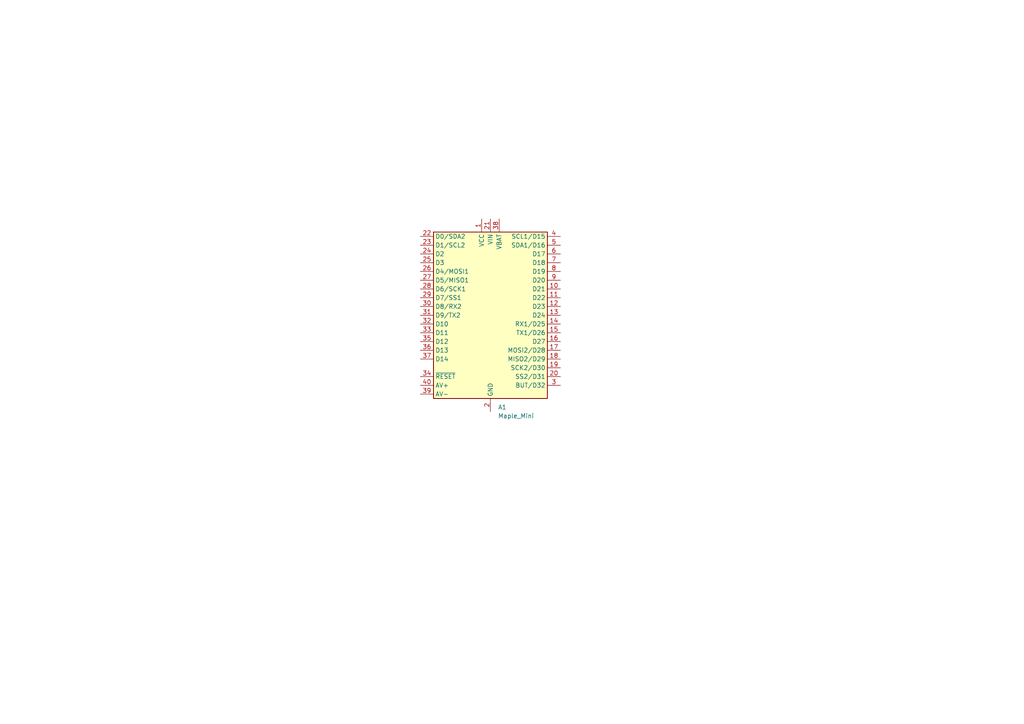
<source format=kicad_sch>
(kicad_sch (version 20231120) (generator "eeschema") (generator_version "8.0")
  (paper "A4")
  (title_block (title "Flight Controller") (date "2024-08-31") (rev "Concept"))
  (lib_symbols
    (symbol "MCU_Module:Maple_Mini"
      (property "Reference" "A" (at -16.51 25.4 0))
      (property "Value" "Maple_Mini" (at 16.51 25.4 0))
      (symbol "Maple_Mini_0_1"
        (rectangle (start -16.51 24.13) (end 16.51 -24.13) (stroke (width 0.254)) (fill (type background)))
      )
      (symbol "Maple_Mini_1_1"
        (pin power_in line (at -2.54 27.94 270) (length 3.81) (name "VCC") (number "1"))
        (pin bidirectional line (at 20.32 7.62 180) (length 3.81) (name "D21") (number "10"))
        (pin bidirectional line (at 20.32 5.08 180) (length 3.81) (name "D22") (number "11"))
        (pin bidirectional line (at 20.32 2.54 180) (length 3.81) (name "D23") (number "12"))
        (pin bidirectional line (at 20.32 0 180) (length 3.81) (name "D24") (number "13"))
        (pin bidirectional line (at 20.32 -2.54 180) (length 3.81) (name "RX1/D25") (number "14"))
        (pin bidirectional line (at 20.32 -5.08 180) (length 3.81) (name "TX1/D26") (number "15"))
        (pin bidirectional line (at 20.32 -7.62 180) (length 3.81) (name "D27") (number "16"))
        (pin bidirectional line (at 20.32 -10.16 180) (length 3.81) (name "MOSI2/D28") (number "17"))
        (pin bidirectional line (at 20.32 -12.7 180) (length 3.81) (name "MISO2/D29") (number "18"))
        (pin bidirectional line (at 20.32 -15.24 180) (length 3.81) (name "SCK2/D30") (number "19"))
        (pin power_in line (at 0 -27.94 90) (length 3.81) (name "GND") (number "2"))
        (pin bidirectional line (at 20.32 -17.78 180) (length 3.81) (name "SS2/D31") (number "20"))
        (pin power_in line (at 0 27.94 270) (length 3.81) (name "VIN") (number "21"))
        (pin bidirectional line (at -20.32 22.86 0) (length 3.81) (name "D0/SDA2") (number "22"))
        (pin bidirectional line (at -20.32 20.32 0) (length 3.81) (name "D1/SCL2") (number "23"))
        (pin bidirectional line (at -20.32 17.78 0) (length 3.81) (name "D2") (number "24"))
        (pin bidirectional line (at -20.32 15.24 0) (length 3.81) (name "D3") (number "25"))
        (pin bidirectional line (at -20.32 12.7 0) (length 3.81) (name "D4/MOSI1") (number "26"))
        (pin bidirectional line (at -20.32 10.16 0) (length 3.81) (name "D5/MISO1") (number "27"))
        (pin bidirectional line (at -20.32 7.62 0) (length 3.81) (name "D6/SCK1") (number "28"))
        (pin bidirectional line (at -20.32 5.08 0) (length 3.81) (name "D7/SS1") (number "29"))
        (pin bidirectional line (at 20.32 -20.32 180) (length 3.81) (name "BUT/D32") (number "3"))
        (pin bidirectional line (at -20.32 2.54 0) (length 3.81) (name "D8/RX2") (number "30"))
        (pin bidirectional line (at -20.32 0 0) (length 3.81) (name "D9/TX2") (number "31"))
        (pin bidirectional line (at -20.32 -2.54 0) (length 3.81) (name "D10") (number "32"))
        (pin bidirectional line (at -20.32 -5.08 0) (length 3.81) (name "D11") (number "33"))
        (pin input line (at -20.32 -17.78 0) (length 3.81) (name "~{RESET}") (number "34"))
        (pin bidirectional line (at -20.32 -7.62 0) (length 3.81) (name "D12") (number "35"))
        (pin bidirectional line (at -20.32 -10.16 0) (length 3.81) (name "D13") (number "36"))
        (pin bidirectional line (at -20.32 -12.7 0) (length 3.81) (name "D14") (number "37"))
        (pin power_in line (at 2.54 27.94 270) (length 3.81) (name "VBAT") (number "38"))
        (pin output line (at -20.32 -22.86 0) (length 3.81) (name "AV-") (number "39"))
        (pin bidirectional line (at 20.32 22.86 180) (length 3.81) (name "SCL1/D15") (number "4"))
        (pin output line (at -20.32 -20.32 0) (length 3.81) (name "AV+") (number "40"))
        (pin bidirectional line (at 20.32 20.32 180) (length 3.81) (name "SDA1/D16") (number "5"))
        (pin bidirectional line (at 20.32 17.78 180) (length 3.81) (name "D17") (number "6"))
        (pin bidirectional line (at 20.32 15.24 180) (length 3.81) (name "D18") (number "7"))
        (pin bidirectional line (at 20.32 12.7 180) (length 3.81) (name "D19") (number "8"))
        (pin bidirectional line (at 20.32 10.16 180) (length 3.81) (name "D20") (number "9"))
      )
    )
  )
  (symbol (lib_id "MCU_Module:Maple_Mini") (at 142.24 91.44 0) (unit 1)
    (property "Reference" "A1" (at 144.4341 118.11 0) (effects (justify left)))
    (property "Value" "Maple_Mini" (at 144.4341 120.65 0) (effects (justify left)))
    (property "Footprint" "Module:Maple_Mini" (effects (hide yes)))
    (property "Datasheet" "http://docs.leaflabs.com/static.leaflabs.com/pub/leaflabs/maple-docs/0.0.12/hardware/maple-mini.html" (effects (hide yes)))
    (property "Description" "Maple Mini Microcontroller Module by LeafLabs" (effects (hide yes)))
  )
)
</source>
